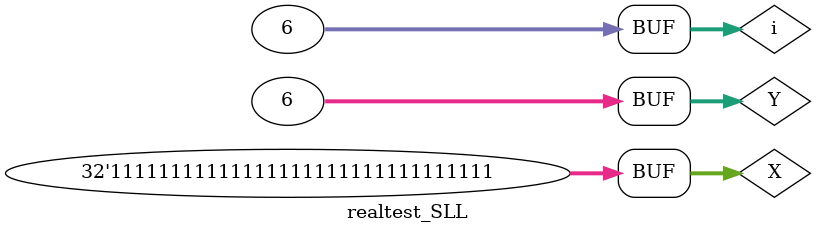
<source format=v>
`timescale 1ns / 1ps


module realtest_SLL;
// Inputs
	reg [31:0] X;
	reg [31:0] Y;

	// Outputs
	wire [31:0] Z;

	// Instantiate the Unit Under Test (UUT)
	SLL uut (
		.X(X), 
		.Y(Y), 
		.Z(Z)
	);
	
	integer i = 0;

	initial begin
		// Initialize Inputs
		X = 32'b11111111111111111111111111111111;
		Y = 0;

		// Wait 100 ns for global reset to finish
		#100;
        
		// Add stimulus here
		for (i= 0; i < 6; i = i+1) begin
			#10;
			Y = 0;
			Y[i] = 1;
			
		end
		#10;
		Y=0;
		Y='d6;
		#10;
		
	end
      
endmodule
</source>
